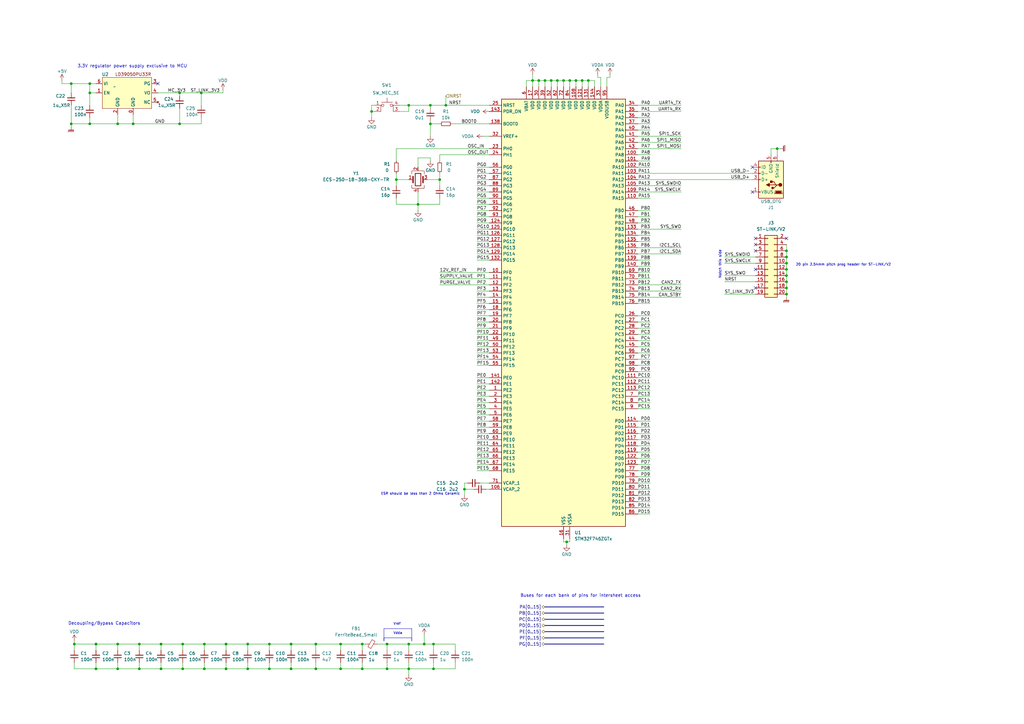
<source format=kicad_sch>
(kicad_sch (version 20230121) (generator eeschema)
  (paper "A3")
  (title_block (title "Microcontroller"))
  (junction (at 119.38 274.32))
  (junction (at 231.14 33.02))
  (junction (at 92.71 274.32))
  (junction (at 162.56 73.66))
  (junction (at 226.06 33.02))
  (junction (at 101.6 264.16))
  (junction (at 176.53 43.18))
  (junction (at 139.7 264.16))
  (junction (at 322.58 105.41))
  (junction (at 74.93 264.16))
  (junction (at 152.4 45.72))
  (junction (at 48.26 274.32))
  (junction (at 173.99 264.16))
  (junction (at 39.37 264.16))
  (junction (at 167.64 43.18))
  (junction (at 322.58 102.87))
  (junction (at 57.15 264.16))
  (junction (at 158.75 274.32))
  (junction (at 148.59 274.32))
  (junction (at 322.58 115.57))
  (junction (at 177.8 274.32))
  (junction (at 158.75 264.16))
  (junction (at 110.49 274.32))
  (junction (at 57.15 274.32))
  (junction (at 83.82 274.32))
  (junction (at 177.8 264.16))
  (junction (at 54.61 50.8))
  (junction (at 233.68 33.02))
  (junction (at 232.41 222.25))
  (junction (at 73.66 38.1))
  (junction (at 322.58 118.11))
  (junction (at 101.6 274.32))
  (junction (at 182.88 43.18))
  (junction (at 322.58 120.65))
  (junction (at 176.53 50.8))
  (junction (at 236.22 33.02))
  (junction (at 29.21 34.29))
  (junction (at 82.55 38.1))
  (junction (at 83.82 264.16))
  (junction (at 167.64 274.32))
  (junction (at 322.58 107.95))
  (junction (at 39.37 274.32))
  (junction (at 218.44 33.02))
  (junction (at 119.38 264.16))
  (junction (at 36.83 50.8))
  (junction (at 223.52 33.02))
  (junction (at 228.6 33.02))
  (junction (at 171.45 83.82))
  (junction (at 110.49 264.16))
  (junction (at 139.7 274.32))
  (junction (at 36.83 38.1))
  (junction (at 29.21 50.8))
  (junction (at 241.3 33.02))
  (junction (at 129.54 274.32))
  (junction (at 74.93 274.32))
  (junction (at 129.54 264.16))
  (junction (at 48.26 50.8))
  (junction (at 73.66 50.8))
  (junction (at 220.98 33.02))
  (junction (at 238.76 33.02))
  (junction (at 167.64 264.16))
  (junction (at 190.5 200.66))
  (junction (at 48.26 264.16))
  (junction (at 36.83 34.29))
  (junction (at 92.71 264.16))
  (junction (at 66.04 274.32))
  (junction (at 322.58 113.03))
  (junction (at 322.58 110.49))
  (junction (at 30.48 264.16))
  (junction (at 148.59 264.16))
  (junction (at 180.34 73.66))
  (junction (at 66.04 264.16))
  (junction (at 318.77 60.96))
  (no_connect (at 64.77 34.29))
  (no_connect (at 322.58 97.79))
  (no_connect (at 308.61 78.74))
  (no_connect (at 309.88 100.33))
  (no_connect (at 309.88 118.11))
  (no_connect (at 309.88 102.87))
  (no_connect (at 309.88 97.79))
  (no_connect (at 309.88 110.49))
  (no_connect (at 308.61 68.58))
  (wire (pts (xy 173.99 264.16) (xy 173.99 260.35)))
  (wire (pts (xy 195.58 175.26) (xy 200.66 175.26)))
  (wire (pts (xy 266.7 144.78) (xy 261.62 144.78)))
  (wire (pts (xy 167.64 43.18) (xy 167.64 45.72)))
  (wire (pts (xy 30.48 264.16) (xy 39.37 264.16)))
  (wire (pts (xy 48.26 274.32) (xy 57.15 274.32)))
  (wire (pts (xy 266.7 154.94) (xy 261.62 154.94)))
  (wire (pts (xy 36.83 38.1) (xy 39.37 38.1)))
  (wire (pts (xy 266.7 129.54) (xy 261.62 129.54)))
  (wire (pts (xy 238.76 33.02) (xy 238.76 35.56)))
  (wire (pts (xy 195.58 104.14) (xy 200.66 104.14)))
  (wire (pts (xy 266.7 175.26) (xy 261.62 175.26)))
  (wire (pts (xy 66.04 271.78) (xy 66.04 274.32)))
  (wire (pts (xy 82.55 50.8) (xy 82.55 48.26)))
  (wire (pts (xy 318.77 60.96) (xy 318.77 63.5)))
  (wire (pts (xy 195.58 124.46) (xy 200.66 124.46)))
  (wire (pts (xy 195.58 86.36) (xy 200.66 86.36)))
  (wire (pts (xy 177.8 271.78) (xy 177.8 274.32)))
  (wire (pts (xy 266.7 99.06) (xy 261.62 99.06)))
  (wire (pts (xy 54.61 50.8) (xy 73.66 50.8)))
  (wire (pts (xy 195.58 187.96) (xy 200.66 187.96)))
  (wire (pts (xy 30.48 262.89) (xy 30.48 264.16)))
  (wire (pts (xy 162.56 71.12) (xy 162.56 73.66)))
  (wire (pts (xy 129.54 271.78) (xy 129.54 274.32)))
  (wire (pts (xy 266.7 193.04) (xy 261.62 193.04)))
  (wire (pts (xy 261.62 114.3) (xy 266.7 114.3)))
  (wire (pts (xy 297.18 120.65) (xy 309.88 120.65)))
  (wire (pts (xy 195.58 160.02) (xy 200.66 160.02)))
  (bus (pts (xy 223.52 251.46) (xy 247.65 251.46)))
  (wire (pts (xy 250.19 30.48) (xy 250.19 31.75)))
  (wire (pts (xy 195.58 91.44) (xy 200.66 91.44)))
  (wire (pts (xy 266.7 142.24) (xy 261.62 142.24)))
  (wire (pts (xy 195.58 182.88) (xy 200.66 182.88)))
  (wire (pts (xy 266.7 66.04) (xy 261.62 66.04)))
  (wire (pts (xy 266.7 185.42) (xy 261.62 185.42)))
  (bus (pts (xy 223.52 248.92) (xy 247.65 248.92)))
  (wire (pts (xy 195.58 177.8) (xy 200.66 177.8)))
  (wire (pts (xy 148.59 264.16) (xy 149.86 264.16)))
  (wire (pts (xy 119.38 264.16) (xy 129.54 264.16)))
  (wire (pts (xy 167.64 264.16) (xy 167.64 266.7)))
  (wire (pts (xy 185.42 50.8) (xy 200.66 50.8)))
  (wire (pts (xy 153.67 43.18) (xy 152.4 43.18)))
  (wire (pts (xy 241.3 33.02) (xy 243.84 33.02)))
  (wire (pts (xy 167.64 274.32) (xy 167.64 276.86)))
  (wire (pts (xy 195.58 185.42) (xy 200.66 185.42)))
  (wire (pts (xy 228.6 33.02) (xy 231.14 33.02)))
  (wire (pts (xy 177.8 264.16) (xy 177.8 266.7)))
  (wire (pts (xy 261.62 121.92) (xy 279.4 121.92)))
  (wire (pts (xy 29.21 50.8) (xy 36.83 50.8)))
  (wire (pts (xy 195.58 190.5) (xy 200.66 190.5)))
  (wire (pts (xy 261.62 104.14) (xy 279.4 104.14)))
  (wire (pts (xy 195.58 99.06) (xy 200.66 99.06)))
  (wire (pts (xy 266.7 172.72) (xy 261.62 172.72)))
  (wire (pts (xy 266.7 109.22) (xy 261.62 109.22)))
  (wire (pts (xy 261.62 93.98) (xy 279.4 93.98)))
  (bus (pts (xy 223.52 264.16) (xy 247.65 264.16)))
  (wire (pts (xy 223.52 33.02) (xy 223.52 35.56)))
  (wire (pts (xy 261.62 58.42) (xy 279.4 58.42)))
  (wire (pts (xy 180.34 71.12) (xy 180.34 73.66)))
  (wire (pts (xy 266.7 53.34) (xy 261.62 53.34)))
  (wire (pts (xy 195.58 157.48) (xy 200.66 157.48)))
  (wire (pts (xy 92.71 264.16) (xy 101.6 264.16)))
  (wire (pts (xy 266.7 139.7) (xy 261.62 139.7)))
  (wire (pts (xy 162.56 73.66) (xy 162.56 76.2)))
  (wire (pts (xy 266.7 106.68) (xy 261.62 106.68)))
  (wire (pts (xy 215.9 33.02) (xy 215.9 35.56)))
  (wire (pts (xy 36.83 50.8) (xy 48.26 50.8)))
  (wire (pts (xy 110.49 264.16) (xy 110.49 266.7)))
  (wire (pts (xy 158.75 274.32) (xy 167.64 274.32)))
  (wire (pts (xy 158.75 264.16) (xy 167.64 264.16)))
  (wire (pts (xy 233.68 33.02) (xy 233.68 35.56)))
  (wire (pts (xy 148.59 264.16) (xy 148.59 266.7)))
  (wire (pts (xy 101.6 264.16) (xy 110.49 264.16)))
  (wire (pts (xy 220.98 35.56) (xy 220.98 33.02)))
  (wire (pts (xy 266.7 134.62) (xy 261.62 134.62)))
  (wire (pts (xy 82.55 38.1) (xy 82.55 43.18)))
  (wire (pts (xy 261.62 43.18) (xy 279.4 43.18)))
  (wire (pts (xy 218.44 33.02) (xy 218.44 35.56)))
  (wire (pts (xy 25.4 33.02) (xy 25.4 34.29)))
  (wire (pts (xy 171.45 68.58) (xy 171.45 64.77)))
  (wire (pts (xy 29.21 34.29) (xy 29.21 38.1)))
  (wire (pts (xy 191.77 198.12) (xy 190.5 198.12)))
  (wire (pts (xy 180.34 73.66) (xy 180.34 76.2)))
  (wire (pts (xy 266.7 190.5) (xy 261.62 190.5)))
  (wire (pts (xy 195.58 144.78) (xy 200.66 144.78)))
  (wire (pts (xy 73.66 50.8) (xy 82.55 50.8)))
  (wire (pts (xy 195.58 71.12) (xy 200.66 71.12)))
  (wire (pts (xy 180.34 114.3) (xy 200.66 114.3)))
  (wire (pts (xy 266.7 157.48) (xy 261.62 157.48)))
  (wire (pts (xy 322.58 102.87) (xy 322.58 105.41)))
  (wire (pts (xy 195.58 134.62) (xy 200.66 134.62)))
  (wire (pts (xy 266.7 162.56) (xy 261.62 162.56)))
  (wire (pts (xy 226.06 33.02) (xy 226.06 35.56)))
  (wire (pts (xy 322.58 120.65) (xy 322.58 121.92)))
  (polyline (pts (xy 168.91 261.62) (xy 168.91 262.89)))
  (wire (pts (xy 266.7 88.9) (xy 261.62 88.9)))
  (wire (pts (xy 195.58 106.68) (xy 200.66 106.68)))
  (wire (pts (xy 195.58 119.38) (xy 200.66 119.38)))
  (polyline (pts (xy 157.48 262.89) (xy 157.48 261.62)))
  (wire (pts (xy 180.34 116.84) (xy 200.66 116.84)))
  (polyline (pts (xy 157.48 261.62) (xy 168.91 261.62)))
  (wire (pts (xy 66.04 264.16) (xy 66.04 266.7)))
  (wire (pts (xy 92.71 264.16) (xy 92.71 266.7)))
  (wire (pts (xy 119.38 274.32) (xy 129.54 274.32)))
  (wire (pts (xy 48.26 271.78) (xy 48.26 274.32)))
  (wire (pts (xy 195.58 149.86) (xy 200.66 149.86)))
  (bus (pts (xy 223.52 256.54) (xy 247.65 256.54)))
  (wire (pts (xy 322.58 107.95) (xy 322.58 110.49)))
  (wire (pts (xy 57.15 264.16) (xy 66.04 264.16)))
  (wire (pts (xy 148.59 274.32) (xy 158.75 274.32)))
  (wire (pts (xy 30.48 266.7) (xy 30.48 264.16)))
  (wire (pts (xy 195.58 81.28) (xy 200.66 81.28)))
  (wire (pts (xy 196.85 198.12) (xy 200.66 198.12)))
  (wire (pts (xy 246.38 31.75) (xy 246.38 35.56)))
  (wire (pts (xy 318.77 60.96) (xy 320.04 60.96)))
  (wire (pts (xy 266.7 63.5) (xy 261.62 63.5)))
  (wire (pts (xy 261.62 78.74) (xy 279.4 78.74)))
  (wire (pts (xy 180.34 63.5) (xy 200.66 63.5)))
  (wire (pts (xy 218.44 30.48) (xy 218.44 33.02)))
  (wire (pts (xy 101.6 271.78) (xy 101.6 274.32)))
  (wire (pts (xy 322.58 115.57) (xy 322.58 118.11)))
  (wire (pts (xy 36.83 38.1) (xy 36.83 43.18)))
  (wire (pts (xy 48.26 264.16) (xy 57.15 264.16)))
  (wire (pts (xy 236.22 33.02) (xy 238.76 33.02)))
  (wire (pts (xy 176.53 43.18) (xy 176.53 44.45)))
  (wire (pts (xy 129.54 264.16) (xy 129.54 266.7)))
  (wire (pts (xy 266.7 149.86) (xy 261.62 149.86)))
  (wire (pts (xy 153.67 45.72) (xy 152.4 45.72)))
  (wire (pts (xy 316.23 60.96) (xy 318.77 60.96)))
  (wire (pts (xy 66.04 274.32) (xy 74.93 274.32)))
  (wire (pts (xy 176.53 49.53) (xy 176.53 50.8)))
  (wire (pts (xy 195.58 68.58) (xy 200.66 68.58)))
  (wire (pts (xy 195.58 142.24) (xy 200.66 142.24)))
  (wire (pts (xy 195.58 165.1) (xy 200.66 165.1)))
  (wire (pts (xy 129.54 264.16) (xy 139.7 264.16)))
  (wire (pts (xy 167.64 271.78) (xy 167.64 274.32)))
  (wire (pts (xy 173.99 264.16) (xy 177.8 264.16)))
  (wire (pts (xy 176.53 50.8) (xy 180.34 50.8)))
  (wire (pts (xy 73.66 38.1) (xy 82.55 38.1)))
  (wire (pts (xy 231.14 33.02) (xy 233.68 33.02)))
  (wire (pts (xy 266.7 177.8) (xy 261.62 177.8)))
  (wire (pts (xy 261.62 101.6) (xy 279.4 101.6)))
  (wire (pts (xy 261.62 55.88) (xy 279.4 55.88)))
  (wire (pts (xy 261.62 60.96) (xy 279.4 60.96)))
  (wire (pts (xy 29.21 34.29) (xy 36.83 34.29)))
  (wire (pts (xy 82.55 38.1) (xy 91.44 38.1)))
  (wire (pts (xy 101.6 264.16) (xy 101.6 266.7)))
  (wire (pts (xy 83.82 271.78) (xy 83.82 274.32)))
  (wire (pts (xy 158.75 271.78) (xy 158.75 274.32)))
  (wire (pts (xy 57.15 271.78) (xy 57.15 274.32)))
  (wire (pts (xy 48.26 50.8) (xy 48.26 46.99)))
  (wire (pts (xy 177.8 274.32) (xy 186.69 274.32)))
  (wire (pts (xy 39.37 274.32) (xy 48.26 274.32)))
  (wire (pts (xy 245.11 30.48) (xy 245.11 31.75)))
  (wire (pts (xy 195.58 172.72) (xy 200.66 172.72)))
  (wire (pts (xy 195.58 101.6) (xy 200.66 101.6)))
  (wire (pts (xy 152.4 48.26) (xy 152.4 45.72)))
  (wire (pts (xy 139.7 271.78) (xy 139.7 274.32)))
  (wire (pts (xy 220.98 33.02) (xy 223.52 33.02)))
  (wire (pts (xy 266.7 68.58) (xy 261.62 68.58)))
  (wire (pts (xy 195.58 154.94) (xy 200.66 154.94)))
  (wire (pts (xy 231.14 222.25) (xy 232.41 222.25)))
  (wire (pts (xy 195.58 88.9) (xy 200.66 88.9)))
  (wire (pts (xy 266.7 137.16) (xy 261.62 137.16)))
  (wire (pts (xy 261.62 45.72) (xy 279.4 45.72)))
  (wire (pts (xy 241.3 33.02) (xy 241.3 35.56)))
  (wire (pts (xy 175.26 73.66) (xy 180.34 73.66)))
  (wire (pts (xy 171.45 83.82) (xy 180.34 83.82)))
  (wire (pts (xy 48.26 264.16) (xy 48.26 266.7)))
  (wire (pts (xy 190.5 198.12) (xy 190.5 200.66)))
  (wire (pts (xy 233.68 33.02) (xy 236.22 33.02)))
  (wire (pts (xy 266.7 111.76) (xy 261.62 111.76)))
  (wire (pts (xy 139.7 264.16) (xy 148.59 264.16)))
  (wire (pts (xy 243.84 35.56) (xy 243.84 33.02)))
  (wire (pts (xy 195.58 129.54) (xy 200.66 129.54)))
  (wire (pts (xy 167.64 264.16) (xy 173.99 264.16)))
  (wire (pts (xy 228.6 33.02) (xy 228.6 35.56)))
  (wire (pts (xy 266.7 50.8) (xy 261.62 50.8)))
  (wire (pts (xy 266.7 132.08) (xy 261.62 132.08)))
  (wire (pts (xy 195.58 193.04) (xy 200.66 193.04)))
  (wire (pts (xy 190.5 200.66) (xy 190.5 203.2)))
  (wire (pts (xy 91.44 36.83) (xy 91.44 38.1)))
  (wire (pts (xy 266.7 208.28) (xy 261.62 208.28)))
  (wire (pts (xy 322.58 100.33) (xy 322.58 102.87)))
  (wire (pts (xy 177.8 264.16) (xy 186.69 264.16)))
  (wire (pts (xy 180.34 111.76) (xy 200.66 111.76)))
  (wire (pts (xy 195.58 180.34) (xy 200.66 180.34)))
  (wire (pts (xy 176.53 64.77) (xy 176.53 66.04)))
  (wire (pts (xy 167.64 274.32) (xy 177.8 274.32)))
  (wire (pts (xy 266.7 198.12) (xy 261.62 198.12)))
  (wire (pts (xy 29.21 50.8) (xy 29.21 52.07)))
  (wire (pts (xy 29.21 43.18) (xy 29.21 50.8)))
  (polyline (pts (xy 168.91 257.81) (xy 168.91 262.89)))
  (wire (pts (xy 158.75 264.16) (xy 158.75 266.7)))
  (wire (pts (xy 236.22 33.02) (xy 236.22 35.56)))
  (wire (pts (xy 266.7 48.26) (xy 261.62 48.26)))
  (wire (pts (xy 195.58 147.32) (xy 200.66 147.32)))
  (wire (pts (xy 36.83 34.29) (xy 36.83 38.1)))
  (wire (pts (xy 180.34 81.28) (xy 180.34 83.82)))
  (wire (pts (xy 195.58 76.2) (xy 200.66 76.2)))
  (wire (pts (xy 322.58 118.11) (xy 322.58 120.65)))
  (wire (pts (xy 266.7 182.88) (xy 261.62 182.88)))
  (wire (pts (xy 266.7 147.32) (xy 261.62 147.32)))
  (wire (pts (xy 92.71 274.32) (xy 101.6 274.32)))
  (wire (pts (xy 180.34 63.5) (xy 180.34 66.04)))
  (wire (pts (xy 266.7 152.4) (xy 261.62 152.4)))
  (wire (pts (xy 195.58 96.52) (xy 200.66 96.52)))
  (wire (pts (xy 322.58 113.03) (xy 322.58 115.57)))
  (wire (pts (xy 297.18 107.95) (xy 309.88 107.95)))
  (wire (pts (xy 195.58 93.98) (xy 200.66 93.98)))
  (wire (pts (xy 195.58 139.7) (xy 200.66 139.7)))
  (wire (pts (xy 316.23 60.96) (xy 316.23 63.5)))
  (wire (pts (xy 322.58 110.49) (xy 322.58 113.03)))
  (wire (pts (xy 57.15 274.32) (xy 66.04 274.32)))
  (wire (pts (xy 119.38 264.16) (xy 119.38 266.7)))
  (wire (pts (xy 30.48 274.32) (xy 39.37 274.32)))
  (wire (pts (xy 66.04 264.16) (xy 74.93 264.16)))
  (wire (pts (xy 110.49 264.16) (xy 119.38 264.16)))
  (wire (pts (xy 162.56 83.82) (xy 171.45 83.82)))
  (wire (pts (xy 266.7 210.82) (xy 261.62 210.82)))
  (wire (pts (xy 83.82 264.16) (xy 83.82 266.7)))
  (wire (pts (xy 148.59 271.78) (xy 148.59 274.32)))
  (wire (pts (xy 195.58 137.16) (xy 200.66 137.16)))
  (wire (pts (xy 266.7 180.34) (xy 261.62 180.34)))
  (wire (pts (xy 266.7 167.64) (xy 261.62 167.64)))
  (wire (pts (xy 83.82 274.32) (xy 92.71 274.32)))
  (wire (pts (xy 162.56 60.96) (xy 162.56 66.04)))
  (wire (pts (xy 162.56 81.28) (xy 162.56 83.82)))
  (wire (pts (xy 190.5 200.66) (xy 194.31 200.66)))
  (wire (pts (xy 73.66 44.45) (xy 73.66 50.8)))
  (wire (pts (xy 266.7 203.2) (xy 261.62 203.2)))
  (wire (pts (xy 261.62 119.38) (xy 279.4 119.38)))
  (wire (pts (xy 297.18 105.41) (xy 309.88 105.41)))
  (wire (pts (xy 195.58 132.08) (xy 200.66 132.08)))
  (wire (pts (xy 74.93 271.78) (xy 74.93 274.32)))
  (wire (pts (xy 74.93 264.16) (xy 74.93 266.7)))
  (wire (pts (xy 110.49 271.78) (xy 110.49 274.32)))
  (polyline (pts (xy 157.48 257.81) (xy 168.91 257.81)))
  (wire (pts (xy 74.93 274.32) (xy 83.82 274.32)))
  (wire (pts (xy 57.15 264.16) (xy 57.15 266.7)))
  (wire (pts (xy 186.69 264.16) (xy 186.69 266.7)))
  (polyline (pts (xy 157.48 257.81) (xy 157.48 262.89)))
  (wire (pts (xy 195.58 121.92) (xy 200.66 121.92)))
  (wire (pts (xy 250.19 31.75) (xy 248.92 31.75)))
  (wire (pts (xy 232.41 222.25) (xy 233.68 222.25)))
  (wire (pts (xy 266.7 187.96) (xy 261.62 187.96)))
  (wire (pts (xy 218.44 33.02) (xy 215.9 33.02)))
  (wire (pts (xy 266.7 96.52) (xy 261.62 96.52)))
  (wire (pts (xy 223.52 33.02) (xy 226.06 33.02)))
  (wire (pts (xy 195.58 83.82) (xy 200.66 83.82)))
  (wire (pts (xy 266.7 86.36) (xy 261.62 86.36)))
  (wire (pts (xy 176.53 50.8) (xy 176.53 55.88)))
  (wire (pts (xy 129.54 274.32) (xy 139.7 274.32)))
  (wire (pts (xy 245.11 31.75) (xy 246.38 31.75)))
  (wire (pts (xy 266.7 200.66) (xy 261.62 200.66)))
  (wire (pts (xy 322.58 105.41) (xy 322.58 107.95)))
  (wire (pts (xy 195.58 167.64) (xy 200.66 167.64)))
  (wire (pts (xy 36.83 48.26) (xy 36.83 50.8)))
  (wire (pts (xy 110.49 274.32) (xy 119.38 274.32)))
  (wire (pts (xy 232.41 222.25) (xy 232.41 223.52)))
  (wire (pts (xy 119.38 271.78) (xy 119.38 274.32)))
  (wire (pts (xy 195.58 73.66) (xy 200.66 73.66)))
  (wire (pts (xy 186.69 274.32) (xy 186.69 271.78)))
  (wire (pts (xy 48.26 50.8) (xy 54.61 50.8)))
  (wire (pts (xy 101.6 274.32) (xy 110.49 274.32)))
  (wire (pts (xy 266.7 205.74) (xy 261.62 205.74)))
  (wire (pts (xy 195.58 127) (xy 200.66 127)))
  (wire (pts (xy 195.58 170.18) (xy 200.66 170.18)))
  (wire (pts (xy 261.62 73.66) (xy 308.61 73.66)))
  (wire (pts (xy 54.61 46.99) (xy 54.61 50.8)))
  (wire (pts (xy 36.83 34.29) (xy 39.37 34.29)))
  (wire (pts (xy 226.06 33.02) (xy 228.6 33.02)))
  (wire (pts (xy 152.4 45.72) (xy 152.4 43.18)))
  (wire (pts (xy 218.44 33.02) (xy 220.98 33.02)))
  (bus (pts (xy 223.52 261.62) (xy 247.65 261.62)))
  (wire (pts (xy 198.12 55.88) (xy 200.66 55.88)))
  (wire (pts (xy 238.76 33.02) (xy 241.3 33.02)))
  (wire (pts (xy 297.18 113.03) (xy 309.88 113.03)))
  (wire (pts (xy 171.45 78.74) (xy 171.45 83.82)))
  (wire (pts (xy 176.53 43.18) (xy 167.64 43.18)))
  (wire (pts (xy 261.62 116.84) (xy 279.4 116.84)))
  (wire (pts (xy 162.56 73.66) (xy 167.64 73.66)))
  (wire (pts (xy 182.88 43.18) (xy 200.66 43.18)))
  (wire (pts (xy 25.4 34.29) (xy 29.21 34.29)))
  (wire (pts (xy 297.18 115.57) (xy 309.88 115.57)))
  (wire (pts (xy 266.7 165.1) (xy 261.62 165.1)))
  (wire (pts (xy 139.7 264.16) (xy 139.7 266.7)))
  (wire (pts (xy 73.66 38.1) (xy 73.66 39.37)))
  (wire (pts (xy 195.58 78.74) (xy 200.66 78.74)))
  (wire (pts (xy 182.88 39.37) (xy 182.88 43.18)))
  (wire (pts (xy 266.7 81.28) (xy 261.62 81.28)))
  (wire (pts (xy 231.14 33.02) (xy 231.14 35.56)))
  (wire (pts (xy 231.14 220.98) (xy 231.14 222.25)))
  (wire (pts (xy 261.62 76.2) (xy 279.4 76.2)))
  (wire (pts (xy 266.7 124.46) (xy 261.62 124.46)))
  (wire (pts (xy 39.37 271.78) (xy 39.37 274.32)))
  (wire (pts (xy 176.53 43.18) (xy 182.88 43.18)))
  (wire (pts (xy 139.7 274.32) (xy 148.59 274.32)))
  (wire (pts (xy 233.68 222.25) (xy 233.68 220.98)))
  (wire (pts (xy 266.7 160.02) (xy 261.62 160.02)))
  (wire (pts (xy 92.71 271.78) (xy 92.71 274.32)))
  (wire (pts (xy 39.37 264.16) (xy 48.26 264.16)))
  (wire (pts (xy 154.94 264.16) (xy 158.75 264.16)))
  (wire (pts (xy 171.45 64.77) (xy 176.53 64.77)))
  (wire (pts (xy 30.48 271.78) (xy 30.48 274.32)))
  (wire (pts (xy 266.7 195.58) (xy 261.62 195.58)))
  (wire (pts (xy 64.77 38.1) (xy 73.66 38.1)))
  (bus (pts (xy 223.52 254) (xy 247.65 254)))
  (wire (pts (xy 162.56 60.96) (xy 200.66 60.96)))
  (bus (pts (xy 223.52 259.08) (xy 247.65 259.08)))
  (wire (pts (xy 195.58 162.56) (xy 200.66 162.56)))
  (wire (pts (xy 167.64 45.72) (xy 163.83 45.72)))
  (wire (pts (xy 163.83 43.18) (xy 167.64 43.18)))
  (wire (pts (xy 248.92 31.75) (xy 248.92 35.56)))
  (wire (pts (xy 199.39 200.66) (xy 200.66 200.66)))
  (wire (pts (xy 261.62 71.12) (xy 308.61 71.12)))
  (wire (pts (xy 83.82 264.16) (xy 92.71 264.16)))
  (wire (pts (xy 39.37 264.16) (xy 39.37 266.7)))
  (wire (pts (xy 266.7 91.44) (xy 261.62 91.44)))
  (wire (pts (xy 74.93 264.16) (xy 83.82 264.16)))
  (wire (pts (xy 171.45 83.82) (xy 171.45 86.36)))
  (text "Vdda" (at 161.29 260.35 0) (effects (font (size 1 1)) (justify left bottom)))
  (text "Buses for each bank of pins for intersheet access" (at 213.36 245.11 0) (effects (font (size 1.27 1.27)) (justify left bottom)))
  (text "20 pin 2.54mm pitch prog header for ST-LINK/V2" (at 326.39 109.22 0) (effects (font (size 1 1)) (justify left bottom)))
  (text "Decoupling/Bypass Capacitors" (at 27.94 256.54 0) (effects (font (size 1.27 1.27)) (justify left bottom)))
  (text "Vref" (at 161.29 256.54 0) (effects (font (size 1 1)) (justify left bottom)))
  (text "ESR should be less than 2 Ohms Ceramic\n" (at 156.21 203.2 0) (effects (font (size 1 1)) (justify left bottom)))
  (text "Notch this side" (at 295.91 114.3 90) (effects (font (size 1 1)) (justify left bottom)))
  (text "3.3V regulator power supply exclusive to MCU" (at 31.75 27.94 0) (effects (font (size 1.27 1.27)) (justify left bottom)))
  (label "PA12" (at 266.7 73.66 180))
  (label "PB6" (at 266.7 101.6 180))
  (label "SUPPLY_VALVE" (at 180.34 114.3 0))
  (label "PF5" (at 195.58 124.46 0))
  (label "I2C1_SCL" (at 279.4 101.6 180))
  (label "PE14" (at 195.58 190.5 0))
  (label "MC_3V3" (at 76.2 38.1 180))
  (label "PB2" (at 266.7 91.44 180))
  (label "PC9" (at 266.7 152.4 180))
  (label "PE6" (at 195.58 170.18 0))
  (label "PD4" (at 266.7 182.88 180))
  (label "PA4" (at 266.7 53.34 180))
  (label "PE13" (at 195.58 187.96 0))
  (label "CAN2_TX" (at 279.4 116.84 180))
  (label "PE0" (at 195.58 154.94 0))
  (label "PD2" (at 266.7 177.8 180))
  (label "PF8" (at 195.58 132.08 0))
  (label "PC8" (at 266.7 149.86 180))
  (label "PG5" (at 195.58 81.28 0))
  (label "PA3" (at 266.7 50.8 180))
  (label "PB9" (at 266.7 109.22 180))
  (label "PC10" (at 266.7 154.94 180))
  (label "PB8" (at 266.7 106.68 180))
  (label "PC11" (at 266.7 157.48 180))
  (label "PC13" (at 266.7 162.56 180))
  (label "PF15" (at 195.58 149.86 0))
  (label "PB11" (at 266.7 114.3 180))
  (label "PC12" (at 266.7 160.02 180))
  (label "PA2" (at 266.7 48.26 180))
  (label "PD11" (at 266.7 200.66 180))
  (label "PD1" (at 266.7 175.26 180))
  (label "USB_D+" (at 299.72 73.66 0))
  (label "PE4" (at 195.58 165.1 0))
  (label "PF11" (at 195.58 139.7 0))
  (label "PF13" (at 195.58 144.78 0))
  (label "PE11" (at 195.58 182.88 0))
  (label "PG1" (at 195.58 71.12 0))
  (label "PG15" (at 195.58 106.68 0))
  (label "PB15" (at 266.7 124.46 180))
  (label "PG8" (at 195.58 88.9 0))
  (label "PF2" (at 195.58 116.84 0))
  (label "PA10" (at 266.7 68.58 180))
  (label "PG7" (at 195.58 86.36 0))
  (label "PA5" (at 266.7 55.88 180))
  (label "PE1" (at 195.58 157.48 0))
  (label "PE7" (at 195.58 172.72 0))
  (label "PD12" (at 266.7 203.2 180))
  (label "CAN_STBY" (at 279.4 121.92 180))
  (label "PB7" (at 266.7 104.14 180))
  (label "PE9" (at 195.58 177.8 0))
  (label "PC4" (at 266.7 139.7 180))
  (label "PC3" (at 266.7 137.16 180))
  (label "PD13" (at 266.7 205.74 180))
  (label "PA9" (at 266.7 66.04 180))
  (label "PB12" (at 266.7 116.84 180))
  (label "PD5" (at 266.7 185.42 180))
  (label "12V_REF_IN" (at 180.34 111.76 0))
  (label "PA1" (at 266.7 45.72 180))
  (label "PC5" (at 266.7 142.24 180))
  (label "PG0" (at 195.58 68.58 0))
  (label "PF10" (at 195.58 137.16 0))
  (label "NRST" (at 297.18 115.57 0))
  (label "SPI1_MISO" (at 279.4 58.42 180))
  (label "PC6" (at 266.7 144.78 180))
  (label "PF14" (at 195.58 147.32 0))
  (label "SYS_SWO" (at 279.4 93.98 180))
  (label "PB13" (at 266.7 119.38 180))
  (label "NRST" (at 184.15 43.18 0))
  (label "PE8" (at 195.58 175.26 0))
  (label "PF0" (at 195.58 111.76 0))
  (label "PF3" (at 195.58 119.38 0))
  (label "SPI1_SCK" (at 279.4 55.88 180))
  (label "PG6" (at 195.58 83.82 0))
  (label "PB3" (at 266.7 93.98 180))
  (label "PD6" (at 266.7 187.96 180))
  (label "UART4_RX" (at 279.4 45.72 180))
  (label "ST_LINK_3V3" (at 297.18 120.65 0))
  (label "PB5" (at 266.7 99.06 180))
  (label "PE10" (at 195.58 180.34 0))
  (label "PA13" (at 266.7 76.2 180))
  (label "PE12" (at 195.58 185.42 0))
  (label "PB0" (at 266.7 86.36 180))
  (label "USB_D-" (at 299.72 71.12 0))
  (label "PG10" (at 195.58 93.98 0))
  (label "PD3" (at 266.7 180.34 180))
  (label "PA11" (at 266.7 71.12 180))
  (label "SYS_SWCLK" (at 279.4 78.74 180))
  (label "PG14" (at 195.58 104.14 0))
  (label "PC15" (at 266.7 167.64 180))
  (label "SYS_SWDIO" (at 297.18 105.41 0))
  (label "PF4" (at 195.58 121.92 0))
  (label "PD9" (at 266.7 195.58 180))
  (label "CAN2_RX" (at 279.4 119.38 180))
  (label "GND" (at 63.5 50.8 0))
  (label "PG13" (at 195.58 101.6 0))
  (label "PC1" (at 266.7 132.08 180))
  (label "PURGE_VALVE" (at 180.34 116.84 0))
  (label "ST_LINK_3V3" (at 90.17 38.1 180))
  (label "SYS_SWO" (at 297.18 113.03 0))
  (label "PA8" (at 266.7 63.5 180))
  (label "PD10" (at 266.7 198.12 180))
  (label "OSC_IN" (at 191.77 60.96 0))
  (label "PG9" (at 195.58 91.44 0))
  (label "PB10" (at 266.7 111.76 180))
  (label "PD8" (at 266.7 193.04 180))
  (label "PE15" (at 195.58 193.04 0))
  (label "PA6" (at 266.7 58.42 180))
  (label "PF1" (at 195.58 114.3 0))
  (label "PG11" (at 195.58 96.52 0))
  (label "PB14" (at 266.7 121.92 180))
  (label "PA0" (at 266.7 43.18 180))
  (label "PF7" (at 195.58 129.54 0))
  (label "SPI1_MOSI" (at 279.4 60.96 180))
  (label "PB4" (at 266.7 96.52 180))
  (label "PE5" (at 195.58 167.64 0))
  (label "PC0" (at 266.7 129.54 180))
  (label "PC7" (at 266.7 147.32 180))
  (label "PE2" (at 195.58 160.02 0))
  (label "PG3" (at 195.58 76.2 0))
  (label "PA7" (at 266.7 60.96 180))
  (label "SYS_SWCLK" (at 297.18 107.95 0))
  (label "PF9" (at 195.58 134.62 0))
  (label "PD0" (at 266.7 172.72 180))
  (label "I2C1_SDA" (at 279.4 104.14 180))
  (label "PG4" (at 195.58 78.74 0))
  (label "OSC_OUT" (at 191.77 63.5 0))
  (label "PA15" (at 266.7 81.28 180))
  (label "PA14" (at 266.7 78.74 180))
  (label "PC14" (at 266.7 165.1 180))
  (label "PE3" (at 195.58 162.56 0))
  (label "PD15" (at 266.7 210.82 180))
  (label "PC2" (at 266.7 134.62 180))
  (label "PF6" (at 195.58 127 0))
  (label "PB1" (at 266.7 88.9 180))
  (label "PG12" (at 195.58 99.06 0))
  (label "PG2" (at 195.58 73.66 0))
  (label "PF12" (at 195.58 142.24 0))
  (label "BOOT0" (at 189.23 50.8 0))
  (label "SYS_SWDIO" (at 279.4 76.2 180))
  (label "UART4_TX" (at 279.4 43.18 180))
  (label "PD14" (at 266.7 208.28 180))
  (label "PD7" (at 266.7 190.5 180))
  (hierarchical_label "NRST" (shape input) (at 182.88 39.37 0))
  (hierarchical_label "PC[0..15]" (shape bidirectional) (at 223.52 254 180))
  (hierarchical_label "PB[0..15]" (shape bidirectional) (at 223.52 251.46 180))
  (hierarchical_label "PD[0..15]" (shape bidirectional) (at 223.52 256.54 180))
  (hierarchical_label "PG[0..15]" (shape bidirectional) (at 223.52 264.16 180))
  (hierarchical_label "PE[0..15]" (shape bidirectional) (at 223.52 259.08 180))
  (hierarchical_label "PF[0..15]" (shape bidirectional) (at 223.52 261.62 180))
  (hierarchical_label "PA[0..15]" (shape bidirectional) (at 223.52 248.92 180))
  (symbol (lib_id "Device:Crystal_GND24") (at 171.45 73.66 0) (unit 1)
    (property "Reference" "Y1" (at 146.05 71.12 0))
    (property "Value" "ECS-250-18-36B-CKY-TR" (at 146.05 73.66 0))
    (property "Footprint" "Crystal:Crystal_SMD_2520-4Pin_2.5x2.0mm" (effects hide))
    (property "Datasheet" "https://ecsxtal.com/store/pdf/ECX-2236B.pdf" (effects hide))
  )
  (symbol (lib_id "Device:C_Small") (at 30.48 269.24 180) (unit 1)
    (property "Reference" "C1" (at 33.02 267.97 0) (effects (justify right)))
    (property "Value" "100n" (at 33.02 270.51 0) (effects (justify right)))
    (property "Currency" "CAD" (effects hide))
    (instances (project "Fuel_Cell_Controller_Prototype" (path "" (reference "C1") (unit 1)) (path "" (reference "C9") (unit 1))))
  )
  (symbol (lib_id "Device:C_Small") (at 57.15 269.24 180) (unit 1)
    (property "Reference" "C4" (at 59.69 267.97 0) (effects (justify right)))
    (property "Value" "100n" (at 59.69 270.51 0) (effects (justify right)))
    (property "Currency" "CAD" (effects hide))
    (instances (project "Fuel_Cell_Controller_Prototype" (path "" (reference "C4") (unit 1)) (path "" (reference "C14") (unit 1))))
  )
  (symbol (lib_id "power:VDDA") (at 198.12 55.88 90) (unit 1)
    (property "Reference" "#PWR031" (effects hide))
    (property "Value" "VDDA" (at 194.31 55.88 90) (effects (justify left)))
  )
  (symbol (lib_id "power:GND") (at 190.5 203.2 0) (mirror y) (unit 1)
    (property "Reference" "#PWR058" (effects hide))
    (property "Value" "GND" (at 190.5 207.01 0))
    (instances (project "Fuel_Cell_Controller_Prototype" (path "" (reference "#PWR058") (unit 1)) (path "" (reference "#PWR030") (unit 1))))
  )
  (symbol (lib_id "Device:C_Small") (at 176.53 46.99 180) (unit 1)
    (property "Reference" "C19" (at 170.18 45.72 0) (effects (justify right)))
    (property "Value" "0u1" (at 170.18 48.26 0) (effects (justify right)))
    (property "Currency" "CAD" (effects hide))
    (instances (project "Fuel_Cell_Controller_Prototype" (path "" (reference "C19") (unit 1)) (path "" (reference "C30") (unit 1))))
  )
  (symbol (lib_id "power:GNDPWR") (at 320.04 60.96 90) (mirror x) (unit 1)
    (property "Reference" "#PWR016" (effects hide))
    (property "Value" "GNDPWR" (effects hide))
    (instances (project "Fuel_Cell_Controller_Prototype" (path "" (reference "#PWR016") (unit 1)) (path "" (reference "#PWR037") (unit 1))))
  )
  (symbol (lib_id "power:VDD") (at 30.48 262.89 0) (unit 1)
    (property "Reference" "#PWR021" (effects hide))
    (property "Value" "VDD" (at 30.48 259.08 0))
  )
  (symbol (lib_id "power:GND") (at 176.53 55.88 0) (mirror y) (unit 1)
    (property "Reference" "#PWR058" (effects hide))
    (property "Value" "GND" (at 176.53 59.69 0))
    (instances (project "Fuel_Cell_Controller_Prototype" (path "" (reference "#PWR058") (unit 1)) (path "" (reference "#PWR028") (unit 1))))
  )
  (symbol (lib_id "power:VDDA") (at 173.99 260.35 0) (unit 1)
    (property "Reference" "#PWR027" (effects hide))
    (property "Value" "VDDA" (at 173.99 256.54 0))
  )
  (symbol (lib_id "MCU_ST_STM32F7:STM32F746ZGTx") (at 231.14 129.54 0) (unit 1)
    (property "Reference" "U1" (at 235.6359 218.44 0) (effects (justify left)))
    (property "Value" "STM32F746ZGTx" (at 235.6359 220.98 0) (effects (justify left)))
    (property "Footprint" "Package_QFP:LQFP-144_20x20mm_P0.5mm" (effects hide))
    (property "Datasheet" "https://www.st.com/resource/en/datasheet/stm32f746zg.pdf" (effects hide))
    (instances (project "Fuel_Cell_Controller_Prototype" (path "" (reference "U1") (unit 1)) (path "" (reference "U5") (unit 1))))
  )
  (symbol (lib_id "Device:C_Small") (at 129.54 269.24 180) (unit 1)
    (property "Reference" "C12" (at 132.08 267.97 0) (effects (justify right)))
    (property "Value" "4u7" (at 132.08 270.51 0) (effects (justify right)))
    (property "Currency" "CAD" (effects hide))
    (instances (project "Fuel_Cell_Controller_Prototype" (path "" (reference "C12") (unit 1)) (path "" (reference "C24") (unit 1))))
  )
  (symbol (lib_id "power:VDD") (at 250.19 30.48 0) (unit 1)
    (property "Reference" "#PWR036" (effects hide))
    (property "Value" "VDD" (at 250.19 26.67 0))
  )
  (symbol (lib_id "Device:C_Small") (at 162.56 78.74 0) (unit 1)
    (property "Reference" "C14" (at 160.02 77.47 0) (effects (justify right)))
    (property "Value" "16p" (at 160.02 80.01 0) (effects (justify right)))
    (property "Currency" "CAD" (effects hide))
    (instances (project "Fuel_Cell_Controller_Prototype" (path "" (reference "C14") (unit 1)) (path "" (reference "C28") (unit 1))))
  )
  (symbol (lib_id "Device:C_Small") (at 167.64 269.24 180) (unit 1)
    (property "Reference" "C21" (at 170.18 267.97 0) (effects (justify right)))
    (property "Value" "100n" (at 170.18 270.51 0) (effects (justify right)))
    (property "Currency" "CAD" (effects hide))
    (instances (project "Fuel_Cell_Controller_Prototype" (path "" (reference "C21") (unit 1)) (path "" (reference "C29") (unit 1))))
  )
  (symbol (lib_id "power:GND") (at 171.45 86.36 0) (mirror y) (unit 1)
    (property "Reference" "#PWR058" (effects hide))
    (property "Value" "GND" (at 171.45 90.17 0))
    (instances (project "Fuel_Cell_Controller_Prototype" (path "" (reference "#PWR058") (unit 1)) (path "" (reference "#PWR026") (unit 1))))
  )
  (symbol (lib_id "Device:C_Small") (at 66.04 269.24 180) (unit 1)
    (property "Reference" "C5" (at 68.58 267.97 0) (effects (justify right)))
    (property "Value" "100n" (at 68.58 270.51 0) (effects (justify right)))
    (property "Currency" "CAD" (effects hide))
    (instances (project "Fuel_Cell_Controller_Prototype" (path "" (reference "C5") (unit 1)) (path "" (reference "C15") (unit 1))))
  )
  (symbol (lib_id "Device:R_Small") (at 182.88 50.8 90) (unit 1)
    (property "Reference" "R1" (at 182.88 45.72 90))
    (property "Value" "10k" (at 182.88 48.26 90))
    (instances (project "Fuel_Cell_Controller_Prototype" (path "" (reference "R1") (unit 1)) (path "" (reference "R21") (unit 1))))
  )
  (symbol (lib_id "Device:R_Small") (at 162.56 68.58 180) (unit 1)
    (property "Reference" "R1" (at 158.75 67.31 0))
    (property "Value" "0" (at 158.75 69.85 0))
    (instances (project "Fuel_Cell_Controller_Prototype" (path "" (reference "R1") (unit 1)) (path "" (reference "R19") (unit 1))))
  )
  (symbol (lib_id "power:VDD") (at 200.66 45.72 90) (unit 1)
    (property "Reference" "#PWR032" (effects hide))
    (property "Value" "VDD" (at 196.85 45.72 90) (effects (justify left)))
  )
  (symbol (lib_id "power:GNDPWR") (at 29.21 52.07 0) (unit 1)
    (property "Reference" "#PWR014" (effects hide))
    (property "Value" "GNDPWR" (effects hide))
    (instances (project "Fuel_Cell_Controller_Prototype" (path "" (reference "#PWR014") (unit 1)) (path "" (reference "#PWR022") (unit 1))))
  )
  (symbol (lib_id "Device:C_Small") (at 194.31 198.12 270) (unit 1)
    (property "Reference" "C15" (at 182.88 198.12 90) (effects (justify right)))
    (property "Value" "2u2" (at 187.96 198.12 90) (effects (justify right)))
    (property "Currency" "CAD" (effects hide))
    (instances (project "Fuel_Cell_Controller_Prototype" (path "" (reference "C15") (unit 1)) (path "" (reference "C34") (unit 1))))
  )
  (symbol (lib_id "Device:C_Small") (at 101.6 269.24 180) (unit 1)
    (property "Reference" "C9" (at 104.14 267.97 0) (effects (justify right)))
    (property "Value" "100n" (at 104.14 270.51 0) (effects (justify right)))
    (property "Currency" "CAD" (effects hide))
    (instances (project "Fuel_Cell_Controller_Prototype" (path "" (reference "C9") (unit 1)) (path "" (reference "C21") (unit 1))))
  )
  (symbol (lib_id "Device:C_Small") (at 196.85 200.66 270) (unit 1)
    (property "Reference" "C16" (at 182.88 200.66 90) (effects (justify right)))
    (property "Value" "2u2" (at 187.96 200.66 90) (effects (justify right)))
    (property "Currency" "CAD" (effects hide))
    (instances (project "Fuel_Cell_Controller_Prototype" (path "" (reference "C16") (unit 1)) (path "" (reference "C35") (unit 1))))
  )
  (symbol (lib_id "Device:C_Small") (at 186.69 269.24 180) (unit 1)
    (property "Reference" "C21" (at 189.23 267.97 0) (effects (justify right)))
    (property "Value" "100n" (at 189.23 270.51 0) (effects (justify right)))
    (property "Currency" "CAD" (effects hide))
    (instances (project "Fuel_Cell_Controller_Prototype" (path "" (reference "C21") (unit 1)) (path "" (reference "C33") (unit 1))))
  )
  (symbol (lib_id "Device:C_Small") (at 148.59 269.24 180) (unit 1)
    (property "Reference" "C18" (at 151.13 267.97 0) (effects (justify right)))
    (property "Value" "1u" (at 151.13 270.51 0) (effects (justify right)))
    (property "Currency" "CAD" (effects hide))
    (instances (project "Fuel_Cell_Controller_Prototype" (path "" (reference "C18") (unit 1)) (path "" (reference "C26") (unit 1))))
  )
  (symbol (lib_id "Device:C_Small") (at 82.55 45.72 180) (unit 1)
    (property "Reference" "C25" (at 76.2 44.45 0) (effects (justify right)))
    (property "Value" "100n" (at 76.2 46.99 0) (effects (justify right)))
    (property "Currency" "CAD" (effects hide))
    (instances (project "Fuel_Cell_Controller_Prototype" (path "" (reference "C25") (unit 1)) (path "" (reference "C19") (unit 1))))
  )
  (symbol (lib_id "Connector:USB_OTG") (at 316.23 73.66 180) (unit 1)
    (property "Reference" "J1" (at 316.23 85.09 0))
    (property "Value" "USB_OTG" (at 316.23 82.55 0))
    (property "Datasheet" " ~" (effects hide))
    (instances (project "Fuel_Cell_Controller_Prototype" (path "" (reference "J1") (unit 1)) (path "" (reference "J4") (unit 1))))
  )
  (symbol (lib_id "Device:C_Small") (at 48.26 269.24 180) (unit 1)
    (property "Reference" "C3" (at 50.8 267.97 0) (effects (justify right)))
    (property "Value" "100n" (at 50.8 270.51 0) (effects (justify right)))
    (property "Currency" "CAD" (effects hide))
    (instances (project "Fuel_Cell_Controller_Prototype" (path "" (reference "C3") (unit 1)) (path "" (reference "C13") (unit 1))))
  )
  (symbol (lib_id "Device:C_Small") (at 92.71 269.24 180) (unit 1)
    (property "Reference" "C8" (at 95.25 267.97 0) (effects (justify right)))
    (property "Value" "100n" (at 95.25 270.51 0) (effects (justify right)))
    (property "Currency" "CAD" (effects hide))
    (instances (project "Fuel_Cell_Controller_Prototype" (path "" (reference "C8") (unit 1)) (path "" (reference "C20") (unit 1))))
  )
  (symbol (lib_id "Device:C_Small") (at 158.75 269.24 180) (unit 1)
    (property "Reference" "C20" (at 161.29 267.97 0) (effects (justify right)))
    (property "Value" "1u" (at 161.29 270.51 0) (effects (justify right)))
    (property "Currency" "CAD" (effects hide))
    (instances (project "Fuel_Cell_Controller_Prototype" (path "" (reference "C20") (unit 1)) (path "" (reference "C27") (unit 1))))
  )
  (symbol (lib_id "Connector_Generic:Conn_02x10_Odd_Even") (at 314.96 107.95 0) (unit 1)
    (property "Reference" "J3" (at 316.23 91.44 0))
    (property "Value" "ST-LINK/V2" (at 316.23 93.98 0))
  )
  (symbol (lib_id "power:GND") (at 232.41 223.52 0) (mirror y) (unit 1)
    (property "Reference" "#PWR058" (effects hide))
    (property "Value" "GND" (at 232.41 227.33 0))
    (instances (project "Fuel_Cell_Controller_Prototype" (path "" (reference "#PWR058") (unit 1)) (path "" (reference "#PWR034") (unit 1))))
  )
  (symbol (lib_id "Switch:SW_MEC_5E") (at 158.75 45.72 0) (unit 1)
    (property "Reference" "SW1" (at 160.655 34.925 0) (effects (justify right)))
    (property "Value" "SW_MEC_5E" (at 163.83 38.1 0) (effects (justify right)))
    (property "Datasheet" "http://www.apem.com/int/index.php?controller=attachment&id_attachment=1371" (effects hide))
  )
  (symbol (lib_id "Device:C_Small") (at 73.66 41.91 180) (unit 1)
    (property "Reference" "C24" (at 67.31 40.64 0) (effects (justify right)))
    (property "Value" "1u_X5R" (at 64.77 43.18 0) (effects (justify right)))
    (property "Currency" "CAD" (effects hide))
    (instances (project "Fuel_Cell_Controller_Prototype" (path "" (reference "C24") (unit 1)) (path "" (reference "C17") (unit 1))))
  )
  (symbol (lib_id "Device:C_Small") (at 83.82 269.24 180) (unit 1)
    (property "Reference" "C7" (at 86.36 267.97 0) (effects (justify right)))
    (property "Value" "100n" (at 86.36 270.51 0) (effects (justify right)))
    (property "Currency" "CAD" (effects hide))
    (instances (project "Fuel_Cell_Controller_Prototype" (path "" (reference "C7") (unit 1)) (path "" (reference "C18") (unit 1))))
  )
  (symbol (lib_id "power:GND") (at 167.64 276.86 0) (mirror y) (unit 1)
    (property "Reference" "#PWR058" (effects hide))
    (property "Value" "GND" (at 167.64 280.67 0))
    (instances (project "Fuel_Cell_Controller_Prototype" (path "" (reference "#PWR058") (unit 1)) (path "" (reference "#PWR025") (unit 1))))
  )
  (symbol (lib_id "power:VDD") (at 218.44 30.48 0) (unit 1)
    (property "Reference" "#PWR033" (effects hide))
    (property "Value" "VDD" (at 218.44 26.67 0))
  )
  (symbol (lib_id "Device:C_Small") (at 119.38 269.24 180) (unit 1)
    (property "Reference" "C13" (at 121.92 267.97 0) (effects (justify right)))
    (property "Value" "100n" (at 121.92 270.51 0) (effects (justify right)))
    (property "Currency" "CAD" (effects hide))
    (instances (project "Fuel_Cell_Controller_Prototype" (path "" (reference "C13") (unit 1)) (path "" (reference "C23") (unit 1))))
  )
  (symbol (lib_id "Device:C_Small") (at 74.93 269.24 180) (unit 1)
    (property "Reference" "C6" (at 77.47 267.97 0) (effects (justify right)))
    (property "Value" "100n" (at 77.47 270.51 0) (effects (justify right)))
    (property "Currency" "CAD" (effects hide))
    (instances (project "Fuel_Cell_Controller_Prototype" (path "" (reference "C6") (unit 1)) (path "" (reference "C16") (unit 1))))
  )
  (symbol (lib_id "Device:C_Small") (at 139.7 269.24 180) (unit 1)
    (property "Reference" "C11" (at 142.24 267.97 0) (effects (justify right)))
    (property "Value" "100n" (at 142.24 270.51 0) (effects (justify right)))
    (property "Currency" "CAD" (effects hide))
    (instances (project "Fuel_Cell_Controller_Prototype" (path "" (reference "C11") (unit 1)) (path "" (reference "C25") (unit 1))))
  )
  (symbol (lib_id "Device:C_Small") (at 29.21 40.64 180) (unit 1)
    (property "Reference" "C22" (at 22.86 39.37 0) (effects (justify right)))
    (property "Value" "1u_X5R" (at 21.59 43.18 0) (effects (justify right)))
    (property "Currency" "CAD" (effects hide))
    (instances (project "Fuel_Cell_Controller_Prototype" (path "" (reference "C22") (unit 1)) (path "" (reference "C10") (unit 1))))
  )
  (symbol (lib_id "power:GND") (at 176.53 66.04 0) (mirror y) (unit 1)
    (property "Reference" "#PWR058" (effects hide))
    (property "Value" "GND" (at 176.53 69.85 0))
    (instances (project "Fuel_Cell_Controller_Prototype" (path "" (reference "#PWR058") (unit 1)) (path "" (reference "#PWR029") (unit 1))))
  )
  (symbol (lib_id "Device:C_Small") (at 180.34 78.74 180) (unit 1)
    (property "Reference" "C14" (at 182.88 77.47 0) (effects (justify right)))
    (property "Value" "16p" (at 182.88 80.01 0) (effects (justify right)))
    (property "Currency" "CAD" (effects hide))
    (instances (project "Fuel_Cell_Controller_Prototype" (path "" (reference "C14") (unit 1)) (path "" (reference "C32") (unit 1))))
  )
  (symbol (lib_id "FCCParts:LD39050PU33R") (at 46.99 35.56 0) (unit 1)
    (property "Reference" "U2" (at 43.18 30.48 0))
    (property "Value" "~" (at 46.99 35.56 0))
    (instances (project "Fuel_Cell_Controller_Prototype" (path "" (reference "U2") (unit 1)) (path "" (reference "U4") (unit 1))))
  )
  (symbol (lib_id "Device:R_Small") (at 180.34 68.58 0) (unit 1)
    (property "Reference" "R1" (at 184.15 67.31 0))
    (property "Value" "0" (at 184.15 69.85 0))
    (instances (project "Fuel_Cell_Controller_Prototype" (path "" (reference "R1") (unit 1)) (path "" (reference "R20") (unit 1))))
  )
  (symbol (lib_id "power:VDD") (at 91.44 36.83 0) (unit 1)
    (property "Reference" "#PWR023" (effects hide))
    (property "Value" "VDD" (at 91.44 33.02 0))
  )
  (symbol (lib_id "Device:C_Small") (at 36.83 45.72 180) (unit 1)
    (property "Reference" "C23" (at 30.48 44.45 0) (effects (justify right)))
    (property "Value" "100n" (at 30.48 46.99 0) (effects (justify right)))
    (property "Currency" "CAD" (effects hide))
    (instances (project "Fuel_Cell_Controller_Prototype" (path "" (reference "C23") (unit 1)) (path "" (reference "C12") (unit 1))))
  )
  (symbol (lib_id "power:GNDPWR") (at 322.58 121.92 0) (unit 1)
    (property "Reference" "#PWR014" (effects hide))
    (property "Value" "GNDPWR" (effects hide))
    (instances (project "Fuel_Cell_Controller_Prototype" (path "" (reference "#PWR014") (unit 1)) (path "" (reference "#PWR038") (unit 1))))
  )
  (symbol (lib_id "Device:C_Small") (at 39.37 269.24 180) (unit 1)
    (property "Reference" "C2" (at 41.91 267.97 0) (effects (justify right)))
    (property "Value" "100n" (at 41.91 270.51 0) (effects (justify right)))
    (property "Currency" "CAD" (effects hide))
    (instances (project "Fuel_Cell_Controller_Prototype" (path "" (reference "C2") (unit 1)) (path "" (reference "C11") (unit 1))))
  )
  (symbol (lib_id "power:+5V") (at 25.4 33.02 0) (unit 1)
    (property "Reference" "#PWR017" (effects hide))
    (property "Value" "+5V" (at 25.4 29.21 0))
    (instances (project "Fuel_Cell_Controller_Prototype" (path "" (reference "#PWR017") (unit 1)) (path "" (reference "#PWR019") (unit 1))))
  )
  (symbol (lib_id "power:VDDA") (at 245.11 30.48 0) (unit 1)
    (property "Reference" "#PWR035" (effects hide))
    (property "Value" "VDDA" (at 242.57 26.67 0) (effects (justify left)))
  )
  (symbol (lib_id "Device:C_Small") (at 110.49 269.24 180) (unit 1)
    (property "Reference" "C10" (at 113.03 267.97 0) (effects (justify right)))
    (property "Value" "100n" (at 113.03 270.51 0) (effects (justify right)))
    (property "Currency" "CAD" (effects hide))
    (instances (project "Fuel_Cell_Controller_Prototype" (path "" (reference "C10") (unit 1)) (path "" (reference "C22") (unit 1))))
  )
  (symbol (lib_id "Device:C_Small") (at 177.8 269.24 180) (unit 1)
    (property "Reference" "C20" (at 180.34 267.97 0) (effects (justify right)))
    (property "Value" "1u" (at 180.34 270.51 0) (effects (justify right)))
    (property "Currency" "CAD" (effects hide))
    (instances (project "Fuel_Cell_Controller_Prototype" (path "" (reference "C20") (unit 1)) (path "" (reference "C31") (unit 1))))
  )
  (symbol (lib_id "power:GND") (at 152.4 48.26 0) (mirror y) (unit 1)
    (property "Reference" "#PWR058" (effects hide))
    (property "Value" "GND" (at 152.4 52.07 0))
    (instances (project "Fuel_Cell_Controller_Prototype" (path "" (reference "#PWR058") (unit 1)) (path "" (reference "#PWR024") (unit 1))))
  )
  (symbol (lib_id "Device:FerriteBead_Small") (at 152.4 264.16 90) (unit 1)
    (property "Reference" "FB1" (at 146.05 257.81 90))
    (property "Value" "FerriteBead_Small" (at 146.05 260.35 90))
  )
)
</source>
